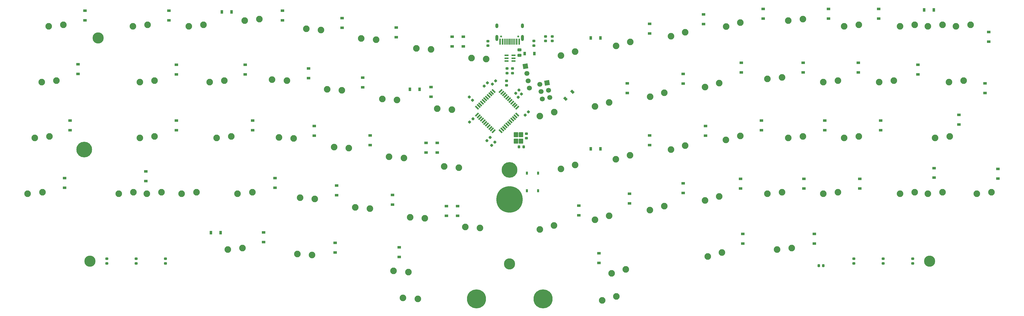
<source format=gbr>
G04 #@! TF.GenerationSoftware,KiCad,Pcbnew,(6.0.1)*
G04 #@! TF.CreationDate,2022-05-05T21:04:55+02:00*
G04 #@! TF.ProjectId,BMEK_Alps,424d454b-5f41-46c7-9073-2e6b69636164,1*
G04 #@! TF.SameCoordinates,Original*
G04 #@! TF.FileFunction,Soldermask,Bot*
G04 #@! TF.FilePolarity,Negative*
%FSLAX46Y46*%
G04 Gerber Fmt 4.6, Leading zero omitted, Abs format (unit mm)*
G04 Created by KiCad (PCBNEW (6.0.1)) date 2022-05-05 21:04:55*
%MOMM*%
%LPD*%
G01*
G04 APERTURE LIST*
G04 Aperture macros list*
%AMRoundRect*
0 Rectangle with rounded corners*
0 $1 Rounding radius*
0 $2 $3 $4 $5 $6 $7 $8 $9 X,Y pos of 4 corners*
0 Add a 4 corners polygon primitive as box body*
4,1,4,$2,$3,$4,$5,$6,$7,$8,$9,$2,$3,0*
0 Add four circle primitives for the rounded corners*
1,1,$1+$1,$2,$3*
1,1,$1+$1,$4,$5*
1,1,$1+$1,$6,$7*
1,1,$1+$1,$8,$9*
0 Add four rect primitives between the rounded corners*
20,1,$1+$1,$2,$3,$4,$5,0*
20,1,$1+$1,$4,$5,$6,$7,0*
20,1,$1+$1,$6,$7,$8,$9,0*
20,1,$1+$1,$8,$9,$2,$3,0*%
%AMHorizOval*
0 Thick line with rounded ends*
0 $1 width*
0 $2 $3 position (X,Y) of the first rounded end (center of the circle)*
0 $4 $5 position (X,Y) of the second rounded end (center of the circle)*
0 Add line between two ends*
20,1,$1,$2,$3,$4,$5,0*
0 Add two circle primitives to create the rounded ends*
1,1,$1,$2,$3*
1,1,$1,$4,$5*%
%AMRotRect*
0 Rectangle, with rotation*
0 The origin of the aperture is its center*
0 $1 length*
0 $2 width*
0 $3 Rotation angle, in degrees counterclockwise*
0 Add horizontal line*
21,1,$1,$2,0,0,$3*%
G04 Aperture macros list end*
%ADD10C,2.250000*%
%ADD11C,3.800000*%
%ADD12C,6.500000*%
%ADD13C,5.350000*%
%ADD14C,9.000000*%
%ADD15R,1.200000X0.900000*%
%ADD16RoundRect,0.218750X-0.026517X0.335876X-0.335876X0.026517X0.026517X-0.335876X0.335876X-0.026517X0*%
%ADD17RoundRect,0.218750X0.256250X-0.218750X0.256250X0.218750X-0.256250X0.218750X-0.256250X-0.218750X0*%
%ADD18RotRect,0.900000X1.200000X225.000000*%
%ADD19RoundRect,0.218750X0.335876X0.026517X0.026517X0.335876X-0.335876X-0.026517X-0.026517X-0.335876X0*%
%ADD20R,0.900000X1.200000*%
%ADD21R,0.750000X1.000000*%
%ADD22RotRect,1.500000X0.550000X225.000000*%
%ADD23RotRect,1.500000X0.550000X135.000000*%
%ADD24RoundRect,0.150000X0.600000X-0.700000X0.600000X0.700000X-0.600000X0.700000X-0.600000X-0.700000X0*%
%ADD25RoundRect,0.218750X-0.256250X0.218750X-0.256250X-0.218750X0.256250X-0.218750X0.256250X0.218750X0*%
%ADD26RotRect,1.700000X1.700000X190.000000*%
%ADD27HorizOval,1.700000X0.000000X0.000000X0.000000X0.000000X0*%
%ADD28R,1.360000X0.600000*%
%ADD29RoundRect,0.218750X0.026517X-0.335876X0.335876X-0.026517X-0.026517X0.335876X-0.335876X0.026517X0*%
%ADD30RoundRect,0.218750X-0.218750X-0.256250X0.218750X-0.256250X0.218750X0.256250X-0.218750X0.256250X0*%
%ADD31RoundRect,0.218750X0.218750X0.256250X-0.218750X0.256250X-0.218750X-0.256250X0.218750X-0.256250X0*%
%ADD32C,0.650000*%
%ADD33R,0.600000X2.050000*%
%ADD34R,0.300000X2.050000*%
%ADD35O,1.000000X2.100000*%
%ADD36O,1.000000X1.600000*%
%ADD37RoundRect,0.243750X0.456250X-0.243750X0.456250X0.243750X-0.456250X0.243750X-0.456250X-0.243750X0*%
G04 APERTURE END LIST*
D10*
X258616488Y-102557688D03*
X263453703Y-101197044D03*
X118685073Y-101689449D03*
X123695936Y-102065286D03*
X227408613Y-116183911D03*
X222571398Y-117544555D03*
X225785535Y-108346689D03*
X230622750Y-106986045D03*
X159741178Y-117052151D03*
X154730315Y-116676314D03*
X151516177Y-107478449D03*
X156527040Y-107854286D03*
X282177450Y-100140000D03*
X287177450Y-99640000D03*
X95048150Y-100140000D03*
X100048150Y-99640000D03*
X79306250Y-81090000D03*
X84306250Y-80590000D03*
X350306950Y-81090000D03*
X355306950Y-80590000D03*
X333638200Y-81090000D03*
X338638200Y-80590000D03*
X324113250Y-81090000D03*
X329113250Y-80590000D03*
X297919450Y-81090000D03*
X302919450Y-80590000D03*
X278869450Y-81089999D03*
X283869450Y-80589999D03*
X257653638Y-83383588D03*
X262490853Y-82022944D03*
X238893038Y-86691588D03*
X243730253Y-85330944D03*
X220132438Y-89999588D03*
X224969653Y-88638944D03*
X201371838Y-93307589D03*
X206209053Y-91946945D03*
X175929823Y-92439349D03*
X180940686Y-92815186D03*
X157169223Y-89131349D03*
X162180086Y-89507186D03*
X138408623Y-85823349D03*
X143419486Y-86199186D03*
X119648023Y-82515349D03*
X124658886Y-82891186D03*
X98356150Y-81090000D03*
X103356150Y-80590000D03*
X57875000Y-81090000D03*
X62875000Y-80590000D03*
X67399900Y-81090000D03*
X72399900Y-80590000D03*
X26809552Y-81090000D03*
X31809552Y-80590000D03*
X340781850Y-42990000D03*
X345781850Y-42490000D03*
X336019401Y-62040000D03*
X341019401Y-61540000D03*
X305063150Y-62040000D03*
X310063150Y-61540000D03*
X286013150Y-62039999D03*
X291013150Y-61539999D03*
X264804038Y-62778888D03*
X269641253Y-61418244D03*
X246043438Y-66086889D03*
X250880653Y-64726245D03*
X227282838Y-69394888D03*
X232120053Y-68034244D03*
X208522238Y-72702889D03*
X213359453Y-71342245D03*
X168761323Y-71831449D03*
X173772186Y-72207286D03*
X150000723Y-68523449D03*
X155011586Y-68899286D03*
X131240123Y-65215449D03*
X136250986Y-65591286D03*
X112479523Y-61907449D03*
X117490386Y-62283286D03*
X91212450Y-62040000D03*
X96212450Y-61540000D03*
X65018750Y-62040000D03*
X70018750Y-61540000D03*
X29190852Y-62040000D03*
X34190852Y-61540000D03*
X343163051Y-23940000D03*
X348163051Y-23440000D03*
X316969350Y-42990000D03*
X321969350Y-42490000D03*
X297919350Y-42990000D03*
X302919350Y-42490000D03*
X278869350Y-41929500D03*
X283869350Y-41429500D03*
X257673639Y-44692288D03*
X262510854Y-43331644D03*
X238913039Y-48000288D03*
X243750254Y-46639644D03*
X220152439Y-51308289D03*
X224989654Y-49947645D03*
X201391838Y-54616289D03*
X206229053Y-53255645D03*
X166405123Y-52072148D03*
X171415986Y-52447985D03*
X147644523Y-48764149D03*
X152655386Y-49139986D03*
X128883923Y-45456149D03*
X133894786Y-45831986D03*
X110123348Y-42148149D03*
X115134211Y-42523986D03*
X88831250Y-42990000D03*
X93831250Y-42490000D03*
X65018750Y-42990000D03*
X70018750Y-42490000D03*
X31572152Y-42990000D03*
X36572152Y-42490000D03*
X333638051Y-23940000D03*
X338638051Y-23440000D03*
X324113051Y-23940000D03*
X329113051Y-23440000D03*
X305063051Y-23940000D03*
X310063051Y-23440000D03*
X286013050Y-21999800D03*
X291013050Y-21499800D03*
X264848738Y-24083190D03*
X269685953Y-22722546D03*
X246088139Y-27391188D03*
X250925354Y-26030544D03*
X227327538Y-30699189D03*
X232164753Y-29338545D03*
X208566939Y-34007189D03*
X213404154Y-32646545D03*
X178036223Y-34779149D03*
X183047086Y-35154986D03*
X159275623Y-31471149D03*
X164286486Y-31846986D03*
X140515024Y-28163149D03*
X145525887Y-28538986D03*
X121754424Y-24855149D03*
X126765287Y-25230986D03*
X100737551Y-21999801D03*
X105737551Y-21499801D03*
X81687551Y-23940000D03*
X86687551Y-23440000D03*
X62637551Y-23940000D03*
X67637551Y-23440000D03*
X33953451Y-23940000D03*
X38953451Y-23440000D03*
D11*
X50800000Y-27940000D03*
X334200000Y-104140000D03*
X48020000Y-104140000D03*
X191060000Y-105090000D03*
D12*
X179760000Y-117050000D03*
D13*
X191060000Y-72960000D03*
D12*
X202460000Y-117050000D03*
D14*
X191060000Y-83090000D03*
D13*
X46080000Y-66040000D03*
D15*
X291084000Y-36450000D03*
X291084000Y-39750000D03*
X269748000Y-76074000D03*
X269748000Y-79374000D03*
D16*
X178547347Y-55577153D03*
X177433653Y-56690847D03*
D17*
X190144400Y-39954300D03*
X190144400Y-38379300D03*
D16*
X194231847Y-45734653D03*
X193118153Y-46848347D03*
D18*
X212443926Y-46331274D03*
X210110474Y-48664726D03*
D15*
X113665000Y-18670000D03*
X113665000Y-21970000D03*
D19*
X178420347Y-49197847D03*
X177306653Y-48084153D03*
D20*
X92965000Y-19050000D03*
X96265000Y-19050000D03*
D15*
X299720000Y-18035000D03*
X299720000Y-21335000D03*
D20*
X196173594Y-33300611D03*
X199473594Y-33300611D03*
D15*
X77470000Y-37085000D03*
X77470000Y-40385000D03*
D20*
X92532200Y-94437200D03*
X89232200Y-94437200D03*
D15*
X153416000Y-99442000D03*
X153416000Y-102742000D03*
X132080000Y-78360000D03*
X132080000Y-81660000D03*
D17*
X196773800Y-62179300D03*
X196773800Y-60604300D03*
D20*
X160400000Y-45466000D03*
X157100000Y-45466000D03*
D21*
X200731600Y-80139800D03*
X200731600Y-74139800D03*
X196981600Y-74139800D03*
X196981600Y-80139800D03*
D17*
X205562200Y-29006900D03*
X205562200Y-27431900D03*
X53800000Y-104927500D03*
X53800000Y-103352500D03*
D22*
X188002082Y-46081064D03*
X188567767Y-46646750D03*
X189133452Y-47212435D03*
X189699138Y-47778120D03*
X190264823Y-48343806D03*
X190830509Y-48909491D03*
X191396194Y-49475177D03*
X191961880Y-50040862D03*
X192527565Y-50606548D03*
X193093250Y-51172233D03*
X193658936Y-51737918D03*
D23*
X193658936Y-54142082D03*
X193093250Y-54707767D03*
X192527565Y-55273452D03*
X191961880Y-55839138D03*
X191396194Y-56404823D03*
X190830509Y-56970509D03*
X190264823Y-57536194D03*
X189699138Y-58101880D03*
X189133452Y-58667565D03*
X188567767Y-59233250D03*
X188002082Y-59798936D03*
D22*
X185597918Y-59798936D03*
X185032233Y-59233250D03*
X184466548Y-58667565D03*
X183900862Y-58101880D03*
X183335177Y-57536194D03*
X182769491Y-56970509D03*
X182203806Y-56404823D03*
X181638120Y-55839138D03*
X181072435Y-55273452D03*
X180506750Y-54707767D03*
X179941064Y-54142082D03*
D23*
X179941064Y-51737918D03*
X180506750Y-51172233D03*
X181072435Y-50606548D03*
X181638120Y-50040862D03*
X182203806Y-49475177D03*
X182769491Y-48909491D03*
X183335177Y-48343806D03*
X183900862Y-47778120D03*
X184466548Y-47212435D03*
X185032233Y-46646750D03*
X185597918Y-46081064D03*
D15*
X231140000Y-43435000D03*
X231140000Y-46735000D03*
X357505000Y-72645000D03*
X357505000Y-75945000D03*
X107188000Y-94362000D03*
X107188000Y-97662000D03*
D24*
X193256800Y-63203000D03*
X193256800Y-61003000D03*
X194956800Y-61003000D03*
X194956800Y-63203000D03*
D15*
X344170000Y-54230000D03*
X344170000Y-57530000D03*
X39370000Y-75820000D03*
X39370000Y-79120000D03*
X238760000Y-23115000D03*
X238760000Y-26415000D03*
X354330000Y-29210000D03*
X354330000Y-25910000D03*
D25*
X308400000Y-103352500D03*
X308400000Y-104927500D03*
D15*
X103505000Y-56135000D03*
X103505000Y-59435000D03*
X46355000Y-18670000D03*
X46355000Y-21970000D03*
D17*
X183691075Y-30595717D03*
X183691075Y-29020717D03*
D15*
X173355000Y-85345000D03*
X173355000Y-88645000D03*
X231902000Y-81154000D03*
X231902000Y-84454000D03*
X298450000Y-56135000D03*
X298450000Y-59435000D03*
X238760000Y-61215000D03*
X238760000Y-64515000D03*
X140970000Y-41530000D03*
X140970000Y-44830000D03*
D17*
X192049400Y-39954200D03*
X192049400Y-38379200D03*
D15*
X41275000Y-56135000D03*
X41275000Y-59435000D03*
X169545000Y-85345000D03*
X169545000Y-88645000D03*
D25*
X328400000Y-103352500D03*
X328400000Y-104927500D03*
D26*
X196472434Y-37567088D03*
D27*
X196913500Y-40068500D03*
X197354567Y-42569911D03*
X197795633Y-45071323D03*
D15*
X151130000Y-81535000D03*
X151130000Y-84835000D03*
X250190000Y-77598000D03*
X250190000Y-80898000D03*
D16*
X183462247Y-43308953D03*
X182348553Y-44422647D03*
D28*
X190010800Y-35824200D03*
X190010800Y-34874200D03*
X190010800Y-33924200D03*
X192360800Y-33924200D03*
X192360800Y-34874200D03*
X192360800Y-35824200D03*
D29*
X196371306Y-54326694D03*
X197485000Y-53213000D03*
D15*
X270002000Y-36450000D03*
X270002000Y-39750000D03*
X317500000Y-56135000D03*
X317500000Y-59435000D03*
X100965000Y-37085000D03*
X100965000Y-40385000D03*
X214630000Y-85218000D03*
X214630000Y-88518000D03*
X164274500Y-44705000D03*
X164274500Y-48005000D03*
X124460000Y-58040000D03*
X124460000Y-61340000D03*
X270510000Y-94870000D03*
X270510000Y-98170000D03*
D20*
X332360000Y-18415000D03*
X335660000Y-18415000D03*
X221995000Y-27940000D03*
X218695000Y-27940000D03*
D15*
X353060000Y-46735000D03*
X353060000Y-43435000D03*
X276860000Y-56135000D03*
X276860000Y-59435000D03*
D17*
X199339200Y-30581700D03*
X199339200Y-29006700D03*
D15*
X133985000Y-21210000D03*
X133985000Y-24510000D03*
X166370000Y-63755000D03*
X166370000Y-67055000D03*
X257175000Y-19940000D03*
X257175000Y-23240000D03*
X330200000Y-37085000D03*
X330200000Y-40385000D03*
D30*
X296392500Y-105714800D03*
X297967500Y-105714800D03*
D17*
X73800000Y-104927500D03*
X73800000Y-103352500D03*
D15*
X175260000Y-27560000D03*
X175260000Y-30860000D03*
D20*
X221995000Y-65792386D03*
X218695000Y-65792386D03*
D15*
X143510000Y-61215000D03*
X143510000Y-64515000D03*
X310388000Y-76074000D03*
X310388000Y-79374000D03*
D16*
X186040347Y-63514653D03*
X184926653Y-64628347D03*
D31*
X195834100Y-65100200D03*
X194259100Y-65100200D03*
D15*
X277495000Y-18035000D03*
X277495000Y-21335000D03*
X309880000Y-36450000D03*
X309880000Y-39750000D03*
X335737200Y-72365600D03*
X335737200Y-75665600D03*
X162560000Y-63755000D03*
X162560000Y-67055000D03*
X294894000Y-94870000D03*
X294894000Y-98170000D03*
D17*
X63800000Y-104927500D03*
X63800000Y-103352500D03*
X189992000Y-44170700D03*
X189992000Y-42595700D03*
D15*
X131572000Y-97918000D03*
X131572000Y-101218000D03*
X291338000Y-76074000D03*
X291338000Y-79374000D03*
X122555000Y-38355000D03*
X122555000Y-41655000D03*
X111125000Y-75820000D03*
X111125000Y-79120000D03*
X77470000Y-56135000D03*
X77470000Y-59435000D03*
D25*
X318400000Y-103352500D03*
X318400000Y-104927500D03*
D32*
X188178500Y-27440000D03*
X193958500Y-27440000D03*
D33*
X187843500Y-29215000D03*
X188618500Y-29215000D03*
D34*
X189318500Y-29215000D03*
X189818500Y-29215000D03*
X190318500Y-29215000D03*
X190818500Y-29215000D03*
X191318500Y-29215000D03*
X191818500Y-29215000D03*
X192318500Y-29215000D03*
X192818500Y-29215000D03*
D33*
X193518500Y-29215000D03*
X194293500Y-29215000D03*
D35*
X186748500Y-27970000D03*
D36*
X195388500Y-23790000D03*
D35*
X195388500Y-27970000D03*
D36*
X186748500Y-23790000D03*
D29*
X185167953Y-43686047D03*
X186281647Y-42572353D03*
X194007153Y-48181847D03*
X195120847Y-47068153D03*
D15*
X257810000Y-58040000D03*
X257810000Y-61340000D03*
X74930000Y-18670000D03*
X74930000Y-21970000D03*
D26*
X203835000Y-43307000D03*
D27*
X201333588Y-43748066D03*
X204276066Y-45808412D03*
X201774655Y-46249478D03*
X204717133Y-48309823D03*
X202215721Y-48750890D03*
D15*
X316865000Y-18035000D03*
X316865000Y-21335000D03*
D16*
X184400094Y-61878306D03*
X183286400Y-62992000D03*
D37*
X194446171Y-33856520D03*
X194446171Y-31981520D03*
D15*
X152400000Y-24385000D03*
X152400000Y-27685000D03*
X221488000Y-101474000D03*
X221488000Y-104774000D03*
D17*
X203301600Y-29006900D03*
X203301600Y-27431900D03*
D15*
X67056000Y-73534000D03*
X67056000Y-76834000D03*
X43942000Y-36958000D03*
X43942000Y-40258000D03*
X250190000Y-40260000D03*
X250190000Y-43560000D03*
X171450000Y-27560000D03*
X171450000Y-30860000D03*
M02*

</source>
